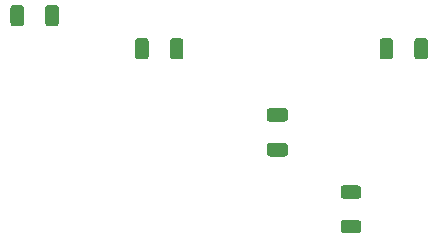
<source format=gbr>
%TF.GenerationSoftware,KiCad,Pcbnew,(5.1.9)-1*%
%TF.CreationDate,2021-06-05T18:29:07-04:00*%
%TF.ProjectId,SMD_Filter,534d445f-4669-46c7-9465-722e6b696361,rev?*%
%TF.SameCoordinates,Original*%
%TF.FileFunction,Paste,Top*%
%TF.FilePolarity,Positive*%
%FSLAX46Y46*%
G04 Gerber Fmt 4.6, Leading zero omitted, Abs format (unit mm)*
G04 Created by KiCad (PCBNEW (5.1.9)-1) date 2021-06-05 18:29:07*
%MOMM*%
%LPD*%
G01*
G04 APERTURE LIST*
G04 APERTURE END LIST*
%TO.C,R1*%
G36*
G01*
X144374999Y-103500000D02*
X145625001Y-103500000D01*
G75*
G02*
X145875000Y-103749999I0J-249999D01*
G01*
X145875000Y-104375001D01*
G75*
G02*
X145625001Y-104625000I-249999J0D01*
G01*
X144374999Y-104625000D01*
G75*
G02*
X144125000Y-104375001I0J249999D01*
G01*
X144125000Y-103749999D01*
G75*
G02*
X144374999Y-103500000I249999J0D01*
G01*
G37*
G36*
G01*
X144374999Y-100575000D02*
X145625001Y-100575000D01*
G75*
G02*
X145875000Y-100824999I0J-249999D01*
G01*
X145875000Y-101450001D01*
G75*
G02*
X145625001Y-101700000I-249999J0D01*
G01*
X144374999Y-101700000D01*
G75*
G02*
X144125000Y-101450001I0J249999D01*
G01*
X144125000Y-100824999D01*
G75*
G02*
X144374999Y-100575000I249999J0D01*
G01*
G37*
%TD*%
%TO.C,C4*%
G36*
G01*
X148575000Y-88349999D02*
X148575000Y-89650001D01*
G75*
G02*
X148325001Y-89900000I-249999J0D01*
G01*
X147674999Y-89900000D01*
G75*
G02*
X147425000Y-89650001I0J249999D01*
G01*
X147425000Y-88349999D01*
G75*
G02*
X147674999Y-88100000I249999J0D01*
G01*
X148325001Y-88100000D01*
G75*
G02*
X148575000Y-88349999I0J-249999D01*
G01*
G37*
G36*
G01*
X151525000Y-88349999D02*
X151525000Y-89650001D01*
G75*
G02*
X151275001Y-89900000I-249999J0D01*
G01*
X150624999Y-89900000D01*
G75*
G02*
X150375000Y-89650001I0J249999D01*
G01*
X150375000Y-88349999D01*
G75*
G02*
X150624999Y-88100000I249999J0D01*
G01*
X151275001Y-88100000D01*
G75*
G02*
X151525000Y-88349999I0J-249999D01*
G01*
G37*
%TD*%
%TO.C,C3*%
G36*
G01*
X139425001Y-95175000D02*
X138124999Y-95175000D01*
G75*
G02*
X137875000Y-94925001I0J249999D01*
G01*
X137875000Y-94274999D01*
G75*
G02*
X138124999Y-94025000I249999J0D01*
G01*
X139425001Y-94025000D01*
G75*
G02*
X139675000Y-94274999I0J-249999D01*
G01*
X139675000Y-94925001D01*
G75*
G02*
X139425001Y-95175000I-249999J0D01*
G01*
G37*
G36*
G01*
X139425001Y-98125000D02*
X138124999Y-98125000D01*
G75*
G02*
X137875000Y-97875001I0J249999D01*
G01*
X137875000Y-97224999D01*
G75*
G02*
X138124999Y-96975000I249999J0D01*
G01*
X139425001Y-96975000D01*
G75*
G02*
X139675000Y-97224999I0J-249999D01*
G01*
X139675000Y-97875001D01*
G75*
G02*
X139425001Y-98125000I-249999J0D01*
G01*
G37*
%TD*%
%TO.C,C2*%
G36*
G01*
X127875000Y-88349999D02*
X127875000Y-89650001D01*
G75*
G02*
X127625001Y-89900000I-249999J0D01*
G01*
X126974999Y-89900000D01*
G75*
G02*
X126725000Y-89650001I0J249999D01*
G01*
X126725000Y-88349999D01*
G75*
G02*
X126974999Y-88100000I249999J0D01*
G01*
X127625001Y-88100000D01*
G75*
G02*
X127875000Y-88349999I0J-249999D01*
G01*
G37*
G36*
G01*
X130825000Y-88349999D02*
X130825000Y-89650001D01*
G75*
G02*
X130575001Y-89900000I-249999J0D01*
G01*
X129924999Y-89900000D01*
G75*
G02*
X129675000Y-89650001I0J249999D01*
G01*
X129675000Y-88349999D01*
G75*
G02*
X129924999Y-88100000I249999J0D01*
G01*
X130575001Y-88100000D01*
G75*
G02*
X130825000Y-88349999I0J-249999D01*
G01*
G37*
%TD*%
%TO.C,C1*%
G36*
G01*
X117325000Y-85549999D02*
X117325000Y-86850001D01*
G75*
G02*
X117075001Y-87100000I-249999J0D01*
G01*
X116424999Y-87100000D01*
G75*
G02*
X116175000Y-86850001I0J249999D01*
G01*
X116175000Y-85549999D01*
G75*
G02*
X116424999Y-85300000I249999J0D01*
G01*
X117075001Y-85300000D01*
G75*
G02*
X117325000Y-85549999I0J-249999D01*
G01*
G37*
G36*
G01*
X120275000Y-85549999D02*
X120275000Y-86850001D01*
G75*
G02*
X120025001Y-87100000I-249999J0D01*
G01*
X119374999Y-87100000D01*
G75*
G02*
X119125000Y-86850001I0J249999D01*
G01*
X119125000Y-85549999D01*
G75*
G02*
X119374999Y-85300000I249999J0D01*
G01*
X120025001Y-85300000D01*
G75*
G02*
X120275000Y-85549999I0J-249999D01*
G01*
G37*
%TD*%
M02*

</source>
